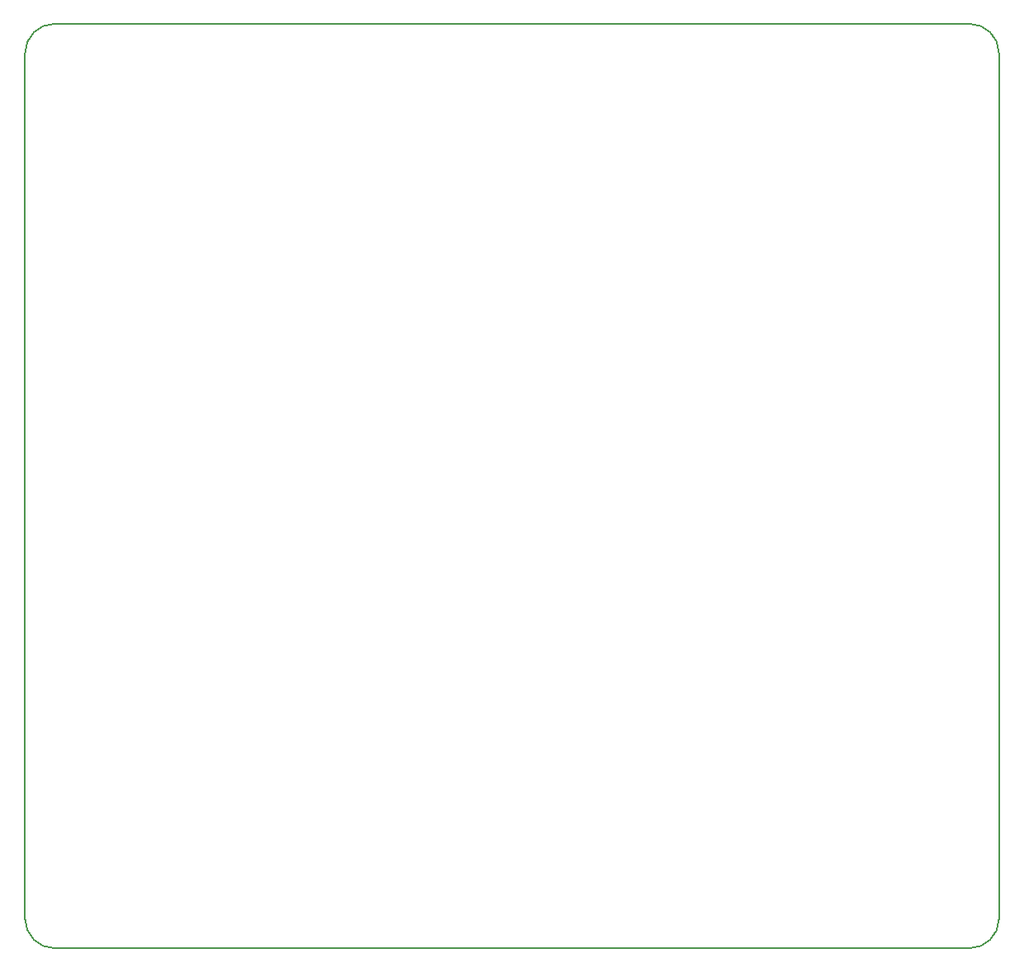
<source format=gbr>
G04 #@! TF.GenerationSoftware,KiCad,Pcbnew,(5.0.0)*
G04 #@! TF.CreationDate,2019-02-12T10:00:47+09:00*
G04 #@! TF.ProjectId,stm32f4_Centaurus,73746D333266345F43656E7461757275,rev?*
G04 #@! TF.SameCoordinates,Original*
G04 #@! TF.FileFunction,Profile,NP*
%FSLAX46Y46*%
G04 Gerber Fmt 4.6, Leading zero omitted, Abs format (unit mm)*
G04 Created by KiCad (PCBNEW (5.0.0)) date 02/12/19 10:00:47*
%MOMM*%
%LPD*%
G01*
G04 APERTURE LIST*
%ADD10C,0.150000*%
%ADD11C,0.200000*%
G04 APERTURE END LIST*
D10*
X56000000Y-138000000D02*
X150000000Y-138000000D01*
X53000000Y-46000000D02*
X53000000Y-135000000D01*
X153000000Y-135000000D02*
X153000000Y-46000000D01*
X153000000Y-135000000D02*
G75*
G02X150000000Y-138000000I-3000000J0D01*
G01*
X56000000Y-138000000D02*
G75*
G02X53000000Y-135000000I0J3000000D01*
G01*
X53000000Y-46000000D02*
G75*
G02X56000000Y-43000000I3000000J0D01*
G01*
X150000000Y-43000000D02*
X56000000Y-43000000D01*
D11*
X150000000Y-43000000D02*
G75*
G02X153000000Y-46000000I0J-3000000D01*
G01*
M02*

</source>
